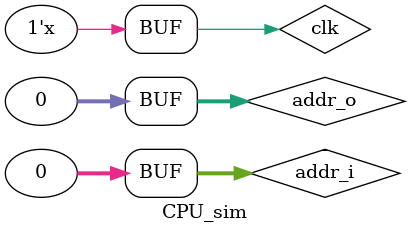
<source format=v>
module CPU_sim();
reg clk;
reg [31:0]addr_i;
wire [31:0]addr_o;

SingleCPU my_CPU(.Addr_in(addr_i),.clk(clk),.Addr_o(addr_o));

initial begin
addr_i=0;
clk=1;
end


always begin
#5 clk=!clk;
end

initial begin
#10
addr_i<=addr_o;
#10
addr_i<=addr_o;
#10
addr_i<=addr_o;
#10
addr_i<=addr_o;
#10
addr_i<=addr_o;
#10
addr_i<=addr_o;
#10
addr_i<=addr_o;
#10
addr_i<=addr_o;
#10
addr_i<=addr_o;
#10
addr_i<=addr_o;
#10
addr_i<=addr_o;
#10
addr_i<=addr_o;
#10
addr_i<=addr_o;
#10
addr_i<=addr_o;
#10
addr_i<=addr_o;
#10
addr_i<=addr_o;
#10
addr_i<=addr_o;
#10
addr_i<=addr_o;
#10
addr_i<=addr_o;
#10
addr_i<=addr_o;
#10
addr_i<=addr_o;
#10
addr_i<=addr_o;
#10
addr_i<=addr_o;
end

endmodule

</source>
